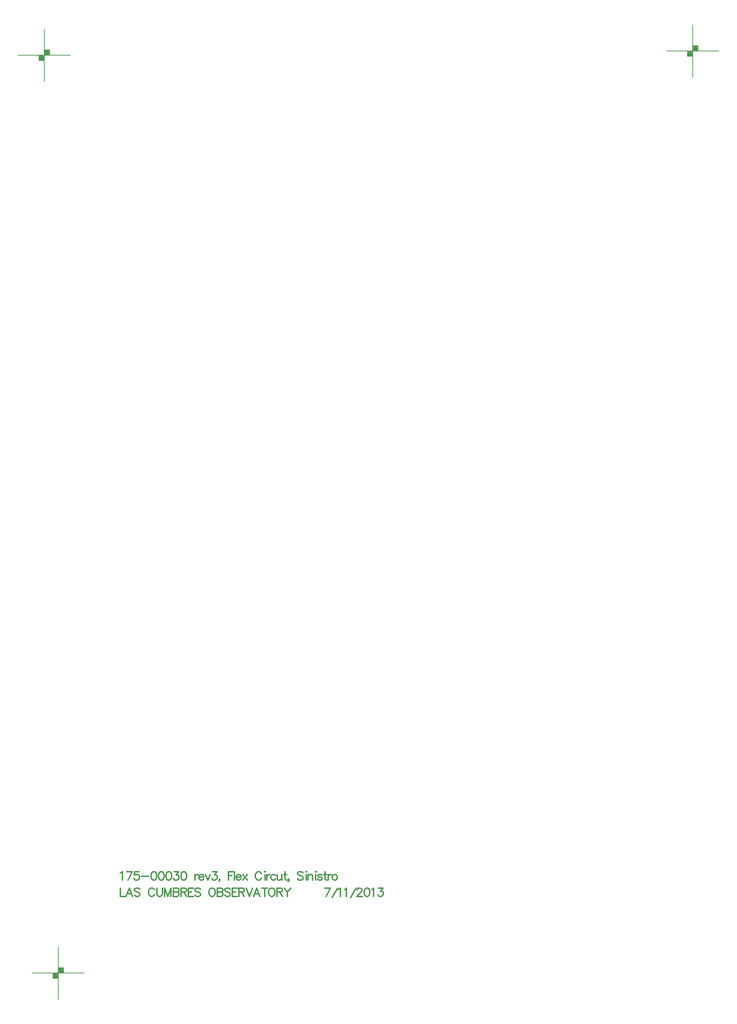
<source format=gbo>
%FSLAX23Y23*%
%MOIN*%
G70*
G01*
G75*
G04 Layer_Color=32896*
%ADD10C,0.030*%
%ADD11C,0.010*%
%ADD12R,0.059X0.118*%
%ADD13R,0.010X0.035*%
%ADD14R,0.063X0.071*%
%ADD15C,0.007*%
%ADD16C,0.008*%
%ADD17C,0.005*%
%ADD18C,0.012*%
%ADD19C,0.012*%
%ADD20C,0.012*%
%ADD21C,0.070*%
%ADD22C,0.065*%
%ADD23C,0.035*%
%ADD24C,0.039*%
%ADD25C,0.055*%
%ADD26C,0.071*%
%ADD27C,0.020*%
%ADD28C,0.030*%
%ADD29C,0.024*%
%ADD30C,0.008*%
%ADD31R,0.067X0.126*%
%ADD32R,0.018X0.043*%
%ADD33R,0.071X0.079*%
%ADD34C,0.078*%
%ADD35C,0.073*%
%ADD36C,0.043*%
%ADD37C,0.047*%
%ADD38C,0.063*%
%ADD39C,0.079*%
%ADD40C,0.028*%
%ADD41C,0.038*%
%ADD42C,0.032*%
D16*
X31094Y22868D02*
X31594D01*
X31344Y22618D02*
Y23118D01*
X31394Y22868D02*
Y22918D01*
X31344D02*
X31394D01*
X31294Y22818D02*
Y22868D01*
Y22818D02*
X31344D01*
X31299Y22863D02*
X31339D01*
X31299Y22823D02*
Y22863D01*
Y22823D02*
X31339D01*
Y22863D01*
X31304Y22858D02*
X31334D01*
X31304Y22828D02*
Y22858D01*
Y22828D02*
X31334D01*
Y22853D01*
X31309D02*
X31329D01*
X31309Y22833D02*
Y22853D01*
Y22833D02*
X31329D01*
Y22848D01*
X31314D02*
X31324D01*
X31314Y22838D02*
Y22848D01*
Y22838D02*
X31324D01*
Y22848D01*
X31314Y22843D02*
X31324D01*
X31349Y22913D02*
X31389D01*
X31349Y22873D02*
Y22913D01*
Y22873D02*
X31389D01*
Y22913D01*
X31354Y22908D02*
X31384D01*
X31354Y22878D02*
Y22908D01*
Y22878D02*
X31384D01*
Y22903D01*
X31359D02*
X31379D01*
X31359Y22883D02*
Y22903D01*
Y22883D02*
X31379D01*
Y22898D01*
X31364D02*
X31374D01*
X31364Y22888D02*
Y22898D01*
Y22888D02*
X31374D01*
Y22898D01*
X31364Y22893D02*
X31374D01*
X24895Y22828D02*
X25395D01*
X25145Y22578D02*
Y23078D01*
X25195Y22828D02*
Y22878D01*
X25145D02*
X25195D01*
X25095Y22778D02*
Y22828D01*
Y22778D02*
X25145D01*
X25100Y22823D02*
X25140D01*
X25100Y22783D02*
Y22823D01*
Y22783D02*
X25140D01*
Y22823D01*
X25105Y22818D02*
X25135D01*
X25105Y22788D02*
Y22818D01*
Y22788D02*
X25135D01*
Y22813D01*
X25110D02*
X25130D01*
X25110Y22793D02*
Y22813D01*
Y22793D02*
X25130D01*
Y22808D01*
X25115D02*
X25125D01*
X25115Y22798D02*
Y22808D01*
Y22798D02*
X25125D01*
Y22808D01*
X25115Y22803D02*
X25125D01*
X25150Y22873D02*
X25190D01*
X25150Y22833D02*
Y22873D01*
Y22833D02*
X25190D01*
Y22873D01*
X25155Y22868D02*
X25185D01*
X25155Y22838D02*
Y22868D01*
Y22838D02*
X25185D01*
Y22863D01*
X25160D02*
X25180D01*
X25160Y22843D02*
Y22863D01*
Y22843D02*
X25180D01*
Y22858D01*
X25165D02*
X25175D01*
X25165Y22848D02*
Y22858D01*
Y22848D02*
X25175D01*
Y22858D01*
X25165Y22853D02*
X25175D01*
X25030Y14069D02*
X25530D01*
X25280Y13819D02*
Y14319D01*
X25330Y14069D02*
Y14119D01*
X25280D02*
X25330D01*
X25230Y14019D02*
Y14069D01*
Y14019D02*
X25280D01*
X25235Y14064D02*
X25275D01*
X25235Y14024D02*
Y14064D01*
Y14024D02*
X25275D01*
Y14064D01*
X25240Y14059D02*
X25270D01*
X25240Y14029D02*
Y14059D01*
Y14029D02*
X25270D01*
Y14054D01*
X25245D02*
X25265D01*
X25245Y14034D02*
Y14054D01*
Y14034D02*
X25265D01*
Y14049D01*
X25250D02*
X25260D01*
X25250Y14039D02*
Y14049D01*
Y14039D02*
X25260D01*
Y14049D01*
X25250Y14044D02*
X25260D01*
X25285Y14114D02*
X25325D01*
X25285Y14074D02*
Y14114D01*
Y14074D02*
X25325D01*
Y14114D01*
X25290Y14109D02*
X25320D01*
X25290Y14079D02*
Y14109D01*
Y14079D02*
X25320D01*
Y14104D01*
X25295D02*
X25315D01*
X25295Y14084D02*
Y14104D01*
Y14084D02*
X25315D01*
Y14099D01*
X25300D02*
X25310D01*
X25300Y14089D02*
Y14099D01*
Y14089D02*
X25310D01*
Y14099D01*
X25300Y14094D02*
X25310D01*
D19*
X25874Y14880D02*
Y14800D01*
X25920D01*
X25989D02*
X25959Y14880D01*
X25928Y14800D01*
X25940Y14827D02*
X25978D01*
X26061Y14868D02*
X26054Y14876D01*
X26042Y14880D01*
X26027D01*
X26016Y14876D01*
X26008Y14868D01*
Y14861D01*
X26012Y14853D01*
X26016Y14849D01*
X26023Y14846D01*
X26046Y14838D01*
X26054Y14834D01*
X26057Y14830D01*
X26061Y14823D01*
Y14811D01*
X26054Y14804D01*
X26042Y14800D01*
X26027D01*
X26016Y14804D01*
X26008Y14811D01*
X26199Y14861D02*
X26195Y14868D01*
X26188Y14876D01*
X26180Y14880D01*
X26165D01*
X26157Y14876D01*
X26150Y14868D01*
X26146Y14861D01*
X26142Y14849D01*
Y14830D01*
X26146Y14819D01*
X26150Y14811D01*
X26157Y14804D01*
X26165Y14800D01*
X26180D01*
X26188Y14804D01*
X26195Y14811D01*
X26199Y14819D01*
X26222Y14880D02*
Y14823D01*
X26225Y14811D01*
X26233Y14804D01*
X26244Y14800D01*
X26252D01*
X26264Y14804D01*
X26271Y14811D01*
X26275Y14823D01*
Y14880D01*
X26297D02*
Y14800D01*
Y14880D02*
X26327Y14800D01*
X26358Y14880D02*
X26327Y14800D01*
X26358Y14880D02*
Y14800D01*
X26381Y14880D02*
Y14800D01*
Y14880D02*
X26415D01*
X26427Y14876D01*
X26430Y14872D01*
X26434Y14865D01*
Y14857D01*
X26430Y14849D01*
X26427Y14846D01*
X26415Y14842D01*
X26381D02*
X26415D01*
X26427Y14838D01*
X26430Y14834D01*
X26434Y14827D01*
Y14815D01*
X26430Y14808D01*
X26427Y14804D01*
X26415Y14800D01*
X26381D01*
X26452Y14880D02*
Y14800D01*
Y14880D02*
X26486D01*
X26498Y14876D01*
X26502Y14872D01*
X26505Y14865D01*
Y14857D01*
X26502Y14849D01*
X26498Y14846D01*
X26486Y14842D01*
X26452D01*
X26479D02*
X26505Y14800D01*
X26573Y14880D02*
X26523D01*
Y14800D01*
X26573D01*
X26523Y14842D02*
X26554D01*
X26639Y14868D02*
X26632Y14876D01*
X26620Y14880D01*
X26605D01*
X26594Y14876D01*
X26586Y14868D01*
Y14861D01*
X26590Y14853D01*
X26594Y14849D01*
X26601Y14846D01*
X26624Y14838D01*
X26632Y14834D01*
X26636Y14830D01*
X26639Y14823D01*
Y14811D01*
X26632Y14804D01*
X26620Y14800D01*
X26605D01*
X26594Y14804D01*
X26586Y14811D01*
X26743Y14880D02*
X26735Y14876D01*
X26728Y14868D01*
X26724Y14861D01*
X26720Y14849D01*
Y14830D01*
X26724Y14819D01*
X26728Y14811D01*
X26735Y14804D01*
X26743Y14800D01*
X26758D01*
X26766Y14804D01*
X26773Y14811D01*
X26777Y14819D01*
X26781Y14830D01*
Y14849D01*
X26777Y14861D01*
X26773Y14868D01*
X26766Y14876D01*
X26758Y14880D01*
X26743D01*
X26800D02*
Y14800D01*
Y14880D02*
X26834D01*
X26845Y14876D01*
X26849Y14872D01*
X26853Y14865D01*
Y14857D01*
X26849Y14849D01*
X26845Y14846D01*
X26834Y14842D01*
X26800D02*
X26834D01*
X26845Y14838D01*
X26849Y14834D01*
X26853Y14827D01*
Y14815D01*
X26849Y14808D01*
X26845Y14804D01*
X26834Y14800D01*
X26800D01*
X26924Y14868D02*
X26917Y14876D01*
X26905Y14880D01*
X26890D01*
X26879Y14876D01*
X26871Y14868D01*
Y14861D01*
X26875Y14853D01*
X26879Y14849D01*
X26886Y14846D01*
X26909Y14838D01*
X26917Y14834D01*
X26921Y14830D01*
X26924Y14823D01*
Y14811D01*
X26917Y14804D01*
X26905Y14800D01*
X26890D01*
X26879Y14804D01*
X26871Y14811D01*
X26992Y14880D02*
X26942D01*
Y14800D01*
X26992D01*
X26942Y14842D02*
X26973D01*
X27005Y14880D02*
Y14800D01*
Y14880D02*
X27039D01*
X27051Y14876D01*
X27055Y14872D01*
X27058Y14865D01*
Y14857D01*
X27055Y14849D01*
X27051Y14846D01*
X27039Y14842D01*
X27005D01*
X27032D02*
X27058Y14800D01*
X27076Y14880D02*
X27107Y14800D01*
X27137Y14880D02*
X27107Y14800D01*
X27208D02*
X27178Y14880D01*
X27148Y14800D01*
X27159Y14827D02*
X27197D01*
X27254Y14880D02*
Y14800D01*
X27227Y14880D02*
X27280D01*
X27313D02*
X27305Y14876D01*
X27298Y14868D01*
X27294Y14861D01*
X27290Y14849D01*
Y14830D01*
X27294Y14819D01*
X27298Y14811D01*
X27305Y14804D01*
X27313Y14800D01*
X27328D01*
X27336Y14804D01*
X27343Y14811D01*
X27347Y14819D01*
X27351Y14830D01*
Y14849D01*
X27347Y14861D01*
X27343Y14868D01*
X27336Y14876D01*
X27328Y14880D01*
X27313D01*
X27370D02*
Y14800D01*
Y14880D02*
X27404D01*
X27415Y14876D01*
X27419Y14872D01*
X27423Y14865D01*
Y14857D01*
X27419Y14849D01*
X27415Y14846D01*
X27404Y14842D01*
X27370D01*
X27396D02*
X27423Y14800D01*
X27441Y14880D02*
X27471Y14842D01*
Y14800D01*
X27502Y14880D02*
X27471Y14842D01*
X27880Y14880D02*
X27841Y14800D01*
X27826Y14880D02*
X27880D01*
X27897Y14788D02*
X27951Y14880D01*
X27956Y14865D02*
X27964Y14868D01*
X27975Y14880D01*
Y14800D01*
X28015Y14865D02*
X28022Y14868D01*
X28034Y14880D01*
Y14800D01*
X28073Y14788D02*
X28127Y14880D01*
X28136Y14861D02*
Y14865D01*
X28140Y14872D01*
X28143Y14876D01*
X28151Y14880D01*
X28166D01*
X28174Y14876D01*
X28178Y14872D01*
X28182Y14865D01*
Y14857D01*
X28178Y14849D01*
X28170Y14838D01*
X28132Y14800D01*
X28185D01*
X28226Y14880D02*
X28215Y14876D01*
X28207Y14865D01*
X28203Y14846D01*
Y14834D01*
X28207Y14815D01*
X28215Y14804D01*
X28226Y14800D01*
X28234D01*
X28245Y14804D01*
X28253Y14815D01*
X28257Y14834D01*
Y14846D01*
X28253Y14865D01*
X28245Y14876D01*
X28234Y14880D01*
X28226D01*
X28275Y14865D02*
X28282Y14868D01*
X28294Y14880D01*
Y14800D01*
X28341Y14880D02*
X28383D01*
X28360Y14849D01*
X28371D01*
X28379Y14846D01*
X28383Y14842D01*
X28386Y14830D01*
Y14823D01*
X28383Y14811D01*
X28375Y14804D01*
X28364Y14800D01*
X28352D01*
X28341Y14804D01*
X28337Y14808D01*
X28333Y14815D01*
D20*
X25874Y15021D02*
X25881Y15025D01*
X25893Y15036D01*
Y14956D01*
X25986Y15036D02*
X25948Y14956D01*
X25933Y15036D02*
X25986D01*
X26049D02*
X26011D01*
X26008Y15002D01*
X26011Y15006D01*
X26023Y15010D01*
X26034D01*
X26046Y15006D01*
X26053Y14998D01*
X26057Y14987D01*
Y14979D01*
X26053Y14968D01*
X26046Y14960D01*
X26034Y14956D01*
X26023D01*
X26011Y14960D01*
X26008Y14964D01*
X26004Y14971D01*
X26075Y14991D02*
X26144D01*
X26190Y15036D02*
X26179Y15032D01*
X26171Y15021D01*
X26167Y15002D01*
Y14991D01*
X26171Y14971D01*
X26179Y14960D01*
X26190Y14956D01*
X26198D01*
X26209Y14960D01*
X26217Y14971D01*
X26220Y14991D01*
Y15002D01*
X26217Y15021D01*
X26209Y15032D01*
X26198Y15036D01*
X26190D01*
X26261D02*
X26250Y15032D01*
X26242Y15021D01*
X26238Y15002D01*
Y14991D01*
X26242Y14971D01*
X26250Y14960D01*
X26261Y14956D01*
X26269D01*
X26280Y14960D01*
X26288Y14971D01*
X26292Y14991D01*
Y15002D01*
X26288Y15021D01*
X26280Y15032D01*
X26269Y15036D01*
X26261D01*
X26332D02*
X26321Y15032D01*
X26313Y15021D01*
X26310Y15002D01*
Y14991D01*
X26313Y14971D01*
X26321Y14960D01*
X26332Y14956D01*
X26340D01*
X26351Y14960D01*
X26359Y14971D01*
X26363Y14991D01*
Y15002D01*
X26359Y15021D01*
X26351Y15032D01*
X26340Y15036D01*
X26332D01*
X26388D02*
X26430D01*
X26407Y15006D01*
X26419D01*
X26427Y15002D01*
X26430Y14998D01*
X26434Y14987D01*
Y14979D01*
X26430Y14968D01*
X26423Y14960D01*
X26411Y14956D01*
X26400D01*
X26388Y14960D01*
X26385Y14964D01*
X26381Y14971D01*
X26475Y15036D02*
X26463Y15032D01*
X26456Y15021D01*
X26452Y15002D01*
Y14991D01*
X26456Y14971D01*
X26463Y14960D01*
X26475Y14956D01*
X26483D01*
X26494Y14960D01*
X26502Y14971D01*
X26505Y14991D01*
Y15002D01*
X26502Y15021D01*
X26494Y15032D01*
X26483Y15036D01*
X26475D01*
X26586Y15010D02*
Y14956D01*
Y14987D02*
X26590Y14998D01*
X26598Y15006D01*
X26605Y15010D01*
X26617D01*
X26624Y14987D02*
X26670D01*
Y14994D01*
X26666Y15002D01*
X26662Y15006D01*
X26654Y15010D01*
X26643D01*
X26635Y15006D01*
X26628Y14998D01*
X26624Y14987D01*
Y14979D01*
X26628Y14968D01*
X26635Y14960D01*
X26643Y14956D01*
X26654D01*
X26662Y14960D01*
X26670Y14968D01*
X26687Y15010D02*
X26710Y14956D01*
X26732Y15010D02*
X26710Y14956D01*
X26753Y15036D02*
X26795D01*
X26772Y15006D01*
X26783D01*
X26791Y15002D01*
X26795Y14998D01*
X26799Y14987D01*
Y14979D01*
X26795Y14968D01*
X26787Y14960D01*
X26776Y14956D01*
X26764D01*
X26753Y14960D01*
X26749Y14964D01*
X26745Y14971D01*
X26824Y14960D02*
X26820Y14956D01*
X26817Y14960D01*
X26820Y14964D01*
X26824Y14960D01*
Y14952D01*
X26820Y14945D01*
X26817Y14941D01*
X26905Y15036D02*
Y14956D01*
Y15036D02*
X26954D01*
X26905Y14998D02*
X26935D01*
X26963Y15036D02*
Y14956D01*
X26980Y14987D02*
X27026D01*
Y14994D01*
X27022Y15002D01*
X27018Y15006D01*
X27010Y15010D01*
X26999D01*
X26991Y15006D01*
X26984Y14998D01*
X26980Y14987D01*
Y14979D01*
X26984Y14968D01*
X26991Y14960D01*
X26999Y14956D01*
X27010D01*
X27018Y14960D01*
X27026Y14968D01*
X27043Y15010D02*
X27085Y14956D01*
Y15010D02*
X27043Y14956D01*
X27221Y15017D02*
X27218Y15025D01*
X27210Y15032D01*
X27202Y15036D01*
X27187D01*
X27179Y15032D01*
X27172Y15025D01*
X27168Y15017D01*
X27164Y15006D01*
Y14987D01*
X27168Y14975D01*
X27172Y14968D01*
X27179Y14960D01*
X27187Y14956D01*
X27202D01*
X27210Y14960D01*
X27218Y14968D01*
X27221Y14975D01*
X27251Y15036D02*
X27255Y15032D01*
X27259Y15036D01*
X27255Y15040D01*
X27251Y15036D01*
X27255Y15010D02*
Y14956D01*
X27273Y15010D02*
Y14956D01*
Y14987D02*
X27277Y14998D01*
X27285Y15006D01*
X27292Y15010D01*
X27304D01*
X27357Y14998D02*
X27349Y15006D01*
X27341Y15010D01*
X27330D01*
X27322Y15006D01*
X27315Y14998D01*
X27311Y14987D01*
Y14979D01*
X27315Y14968D01*
X27322Y14960D01*
X27330Y14956D01*
X27341D01*
X27349Y14960D01*
X27357Y14968D01*
X27374Y15010D02*
Y14971D01*
X27378Y14960D01*
X27385Y14956D01*
X27397D01*
X27404Y14960D01*
X27416Y14971D01*
Y15010D02*
Y14956D01*
X27448Y15036D02*
Y14971D01*
X27452Y14960D01*
X27459Y14956D01*
X27467D01*
X27437Y15010D02*
X27463D01*
X27486Y14960D02*
X27482Y14956D01*
X27478Y14960D01*
X27482Y14964D01*
X27486Y14960D01*
Y14952D01*
X27482Y14945D01*
X27478Y14941D01*
X27620Y15025D02*
X27612Y15032D01*
X27601Y15036D01*
X27586D01*
X27574Y15032D01*
X27566Y15025D01*
Y15017D01*
X27570Y15010D01*
X27574Y15006D01*
X27582Y15002D01*
X27605Y14994D01*
X27612Y14991D01*
X27616Y14987D01*
X27620Y14979D01*
Y14968D01*
X27612Y14960D01*
X27601Y14956D01*
X27586D01*
X27574Y14960D01*
X27566Y14968D01*
X27645Y15036D02*
X27649Y15032D01*
X27653Y15036D01*
X27649Y15040D01*
X27645Y15036D01*
X27649Y15010D02*
Y14956D01*
X27667Y15010D02*
Y14956D01*
Y14994D02*
X27678Y15006D01*
X27686Y15010D01*
X27697D01*
X27705Y15006D01*
X27709Y14994D01*
Y14956D01*
X27737Y15036D02*
X27741Y15032D01*
X27745Y15036D01*
X27741Y15040D01*
X27737Y15036D01*
X27741Y15010D02*
Y14956D01*
X27801Y14998D02*
X27797Y15006D01*
X27786Y15010D01*
X27774D01*
X27763Y15006D01*
X27759Y14998D01*
X27763Y14991D01*
X27771Y14987D01*
X27790Y14983D01*
X27797Y14979D01*
X27801Y14971D01*
Y14968D01*
X27797Y14960D01*
X27786Y14956D01*
X27774D01*
X27763Y14960D01*
X27759Y14968D01*
X27829Y15036D02*
Y14971D01*
X27833Y14960D01*
X27841Y14956D01*
X27848D01*
X27818Y15010D02*
X27844D01*
X27860D02*
Y14956D01*
Y14987D02*
X27864Y14998D01*
X27871Y15006D01*
X27879Y15010D01*
X27890D01*
X27916D02*
X27909Y15006D01*
X27901Y14998D01*
X27897Y14987D01*
Y14979D01*
X27901Y14968D01*
X27909Y14960D01*
X27916Y14956D01*
X27928D01*
X27936Y14960D01*
X27943Y14968D01*
X27947Y14979D01*
Y14987D01*
X27943Y14998D01*
X27936Y15006D01*
X27928Y15010D01*
X27916D01*
M02*

</source>
